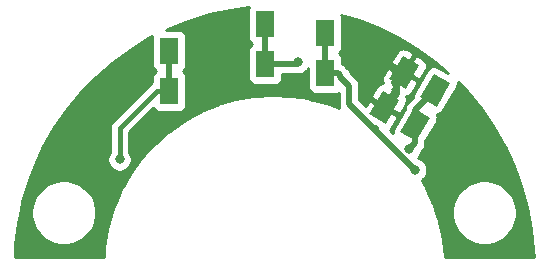
<source format=gbr>
G04 #@! TF.GenerationSoftware,KiCad,Pcbnew,5.1.5*
G04 #@! TF.CreationDate,2020-06-30T15:32:26-05:00*
G04 #@! TF.ProjectId,Encoder,456e636f-6465-4722-9e6b-696361645f70,rev?*
G04 #@! TF.SameCoordinates,Original*
G04 #@! TF.FileFunction,Copper,L2,Bot*
G04 #@! TF.FilePolarity,Positive*
%FSLAX46Y46*%
G04 Gerber Fmt 4.6, Leading zero omitted, Abs format (unit mm)*
G04 Created by KiCad (PCBNEW 5.1.5) date 2020-06-30 15:32:26*
%MOMM*%
%LPD*%
G04 APERTURE LIST*
%ADD10R,1.600000X2.300000*%
%ADD11C,0.100000*%
%ADD12C,0.800000*%
%ADD13C,0.500000*%
%ADD14C,0.400000*%
%ADD15C,0.250000*%
%ADD16C,0.254000*%
G04 APERTURE END LIST*
D10*
X144296000Y-67744000D03*
X144296000Y-64344000D03*
X152424000Y-65458000D03*
X152424000Y-62058000D03*
X157504000Y-66220000D03*
X157504000Y-62820000D03*
G04 #@! TA.AperFunction,SMDPad,CuDef*
D11*
G36*
X165469744Y-65571584D02*
G01*
X164319744Y-67563442D01*
X162934104Y-66763442D01*
X164084104Y-64771584D01*
X165469744Y-65571584D01*
G37*
G04 #@! TD.AperFunction*
G04 #@! TA.AperFunction,SMDPad,CuDef*
G36*
X163769744Y-68516071D02*
G01*
X162619744Y-70507929D01*
X161234104Y-69707929D01*
X162384104Y-67716071D01*
X163769744Y-68516071D01*
G37*
G04 #@! TD.AperFunction*
G04 #@! TA.AperFunction,SMDPad,CuDef*
G36*
X168067820Y-67071584D02*
G01*
X166917820Y-69063442D01*
X165532180Y-68263442D01*
X166682180Y-66271584D01*
X168067820Y-67071584D01*
G37*
G04 #@! TD.AperFunction*
G04 #@! TA.AperFunction,SMDPad,CuDef*
G36*
X166367820Y-70016071D02*
G01*
X165217820Y-72007929D01*
X163832180Y-71207929D01*
X164982180Y-69216071D01*
X166367820Y-70016071D01*
G37*
G04 #@! TD.AperFunction*
D12*
X164592000Y-72644000D03*
X162327335Y-65002665D03*
X148349000Y-63741000D03*
X140948665Y-68304665D03*
X169164000Y-71628000D03*
X150114000Y-67818000D03*
X140081000Y-73533000D03*
X155194000Y-65278000D03*
X165100000Y-74422000D03*
D13*
X165100000Y-70612000D02*
X165100000Y-72136000D01*
X165100000Y-72136000D02*
X164592000Y-72644000D01*
X163360066Y-67009371D02*
X164201924Y-66167513D01*
X162501924Y-69112000D02*
X163576000Y-68037924D01*
X163576000Y-68037924D02*
X163576000Y-67310000D01*
X163576000Y-67310000D02*
X163360066Y-67094066D01*
X163360066Y-67094066D02*
X163360066Y-67009371D01*
X164201924Y-66167513D02*
X163492183Y-66167513D01*
X163492183Y-66167513D02*
X162327335Y-65002665D01*
X165100000Y-69367513D02*
X165100000Y-70612000D01*
X166800000Y-67667513D02*
X165100000Y-69367513D01*
X144296000Y-65744000D02*
X144296000Y-67744000D01*
X144296000Y-64344000D02*
X144296000Y-65744000D01*
D14*
X143246000Y-67744000D02*
X144296000Y-67744000D01*
X140081000Y-70909000D02*
X143246000Y-67744000D01*
X140081000Y-73533000D02*
X140081000Y-70909000D01*
D13*
X152424000Y-63458000D02*
X152424000Y-65458000D01*
X152424000Y-62058000D02*
X152424000Y-63458000D01*
D15*
X155194000Y-65278000D02*
X155194000Y-65278000D01*
X155014000Y-65458000D02*
X155194000Y-65278000D01*
D13*
X152424000Y-65458000D02*
X155014000Y-65458000D01*
X159512000Y-68834000D02*
X159512000Y-67310000D01*
X164084000Y-73406000D02*
X161544000Y-70866000D01*
X164084000Y-73406000D02*
X165100000Y-74422000D01*
X161798000Y-70866000D02*
X161544000Y-70866000D01*
X159512000Y-67310000D02*
X158750000Y-66548000D01*
X161544000Y-70866000D02*
X159512000Y-68834000D01*
X158750000Y-66548000D02*
X158750000Y-66416000D01*
X158750000Y-66416000D02*
X158554000Y-66220000D01*
X158554000Y-66220000D02*
X157504000Y-66220000D01*
X157504000Y-64220000D02*
X157504000Y-66220000D01*
X157504000Y-62820000D02*
X157504000Y-64220000D01*
D16*
G36*
X169471645Y-67784802D02*
G01*
X170649957Y-69201332D01*
X171705616Y-70711508D01*
X172638434Y-72317168D01*
X172680140Y-72396944D01*
X173466258Y-74079306D01*
X174103860Y-75808038D01*
X174594570Y-77584064D01*
X174934940Y-79394901D01*
X175123033Y-81232199D01*
X175140561Y-81815000D01*
X167611401Y-81815000D01*
X167467493Y-80374421D01*
X167461589Y-80336303D01*
X167455850Y-80298374D01*
X167455325Y-80295862D01*
X167148859Y-78842162D01*
X167138898Y-78805001D01*
X167129071Y-78767817D01*
X167128278Y-78765377D01*
X166806107Y-77779963D01*
X168220266Y-77779963D01*
X168220266Y-78320037D01*
X168325629Y-78849734D01*
X168532307Y-79348698D01*
X168832356Y-79797753D01*
X169214247Y-80179644D01*
X169663302Y-80479693D01*
X170162266Y-80686371D01*
X170691963Y-80791734D01*
X171232037Y-80791734D01*
X171761734Y-80686371D01*
X172260698Y-80479693D01*
X172709753Y-80179644D01*
X173091644Y-79797753D01*
X173391693Y-79348698D01*
X173598371Y-78849734D01*
X173703734Y-78320037D01*
X173703734Y-77779963D01*
X173598371Y-77250266D01*
X173391693Y-76751302D01*
X173091644Y-76302247D01*
X172709753Y-75920356D01*
X172260698Y-75620307D01*
X171761734Y-75413629D01*
X171232037Y-75308266D01*
X170691963Y-75308266D01*
X170162266Y-75413629D01*
X169663302Y-75620307D01*
X169214247Y-75920356D01*
X168832356Y-76302247D01*
X168532307Y-76751302D01*
X168325629Y-77250266D01*
X168220266Y-77779963D01*
X166806107Y-77779963D01*
X166666606Y-77353278D01*
X166652631Y-77317258D01*
X166638904Y-77281505D01*
X166637852Y-77279164D01*
X166026374Y-75925185D01*
X166016047Y-75905267D01*
X166006684Y-75884909D01*
X166005483Y-75882641D01*
X165871475Y-75630609D01*
X165859899Y-75611420D01*
X165849232Y-75591686D01*
X165847887Y-75589501D01*
X165663223Y-75290450D01*
X165759774Y-75225937D01*
X165903937Y-75081774D01*
X166017205Y-74912256D01*
X166095226Y-74723898D01*
X166135000Y-74523939D01*
X166135000Y-74320061D01*
X166095226Y-74120102D01*
X166017205Y-73931744D01*
X165903937Y-73762226D01*
X165759774Y-73618063D01*
X165590256Y-73504795D01*
X165401898Y-73426774D01*
X165345044Y-73415465D01*
X165314645Y-73385066D01*
X165395937Y-73303774D01*
X165509205Y-73134256D01*
X165587226Y-72945898D01*
X165598535Y-72889043D01*
X165695044Y-72792534D01*
X165728817Y-72764817D01*
X165839411Y-72630059D01*
X165921589Y-72476313D01*
X165972195Y-72309490D01*
X165985000Y-72179477D01*
X165985000Y-72179467D01*
X165989281Y-72136001D01*
X165985000Y-72092535D01*
X165985000Y-71955279D01*
X166920407Y-70335107D01*
X166972030Y-70221173D01*
X167000433Y-70099356D01*
X167004526Y-69974339D01*
X166984150Y-69850926D01*
X166940089Y-69733859D01*
X166918286Y-69698797D01*
X166959552Y-69700148D01*
X167082965Y-69679772D01*
X167200032Y-69635711D01*
X167306254Y-69569659D01*
X167397548Y-69484152D01*
X167470407Y-69382478D01*
X168620407Y-67390620D01*
X168672030Y-67276686D01*
X168700433Y-67154869D01*
X168704526Y-67029852D01*
X168699728Y-67000794D01*
X169471645Y-67784802D01*
G37*
X169471645Y-67784802D02*
X170649957Y-69201332D01*
X171705616Y-70711508D01*
X172638434Y-72317168D01*
X172680140Y-72396944D01*
X173466258Y-74079306D01*
X174103860Y-75808038D01*
X174594570Y-77584064D01*
X174934940Y-79394901D01*
X175123033Y-81232199D01*
X175140561Y-81815000D01*
X167611401Y-81815000D01*
X167467493Y-80374421D01*
X167461589Y-80336303D01*
X167455850Y-80298374D01*
X167455325Y-80295862D01*
X167148859Y-78842162D01*
X167138898Y-78805001D01*
X167129071Y-78767817D01*
X167128278Y-78765377D01*
X166806107Y-77779963D01*
X168220266Y-77779963D01*
X168220266Y-78320037D01*
X168325629Y-78849734D01*
X168532307Y-79348698D01*
X168832356Y-79797753D01*
X169214247Y-80179644D01*
X169663302Y-80479693D01*
X170162266Y-80686371D01*
X170691963Y-80791734D01*
X171232037Y-80791734D01*
X171761734Y-80686371D01*
X172260698Y-80479693D01*
X172709753Y-80179644D01*
X173091644Y-79797753D01*
X173391693Y-79348698D01*
X173598371Y-78849734D01*
X173703734Y-78320037D01*
X173703734Y-77779963D01*
X173598371Y-77250266D01*
X173391693Y-76751302D01*
X173091644Y-76302247D01*
X172709753Y-75920356D01*
X172260698Y-75620307D01*
X171761734Y-75413629D01*
X171232037Y-75308266D01*
X170691963Y-75308266D01*
X170162266Y-75413629D01*
X169663302Y-75620307D01*
X169214247Y-75920356D01*
X168832356Y-76302247D01*
X168532307Y-76751302D01*
X168325629Y-77250266D01*
X168220266Y-77779963D01*
X166806107Y-77779963D01*
X166666606Y-77353278D01*
X166652631Y-77317258D01*
X166638904Y-77281505D01*
X166637852Y-77279164D01*
X166026374Y-75925185D01*
X166016047Y-75905267D01*
X166006684Y-75884909D01*
X166005483Y-75882641D01*
X165871475Y-75630609D01*
X165859899Y-75611420D01*
X165849232Y-75591686D01*
X165847887Y-75589501D01*
X165663223Y-75290450D01*
X165759774Y-75225937D01*
X165903937Y-75081774D01*
X166017205Y-74912256D01*
X166095226Y-74723898D01*
X166135000Y-74523939D01*
X166135000Y-74320061D01*
X166095226Y-74120102D01*
X166017205Y-73931744D01*
X165903937Y-73762226D01*
X165759774Y-73618063D01*
X165590256Y-73504795D01*
X165401898Y-73426774D01*
X165345044Y-73415465D01*
X165314645Y-73385066D01*
X165395937Y-73303774D01*
X165509205Y-73134256D01*
X165587226Y-72945898D01*
X165598535Y-72889043D01*
X165695044Y-72792534D01*
X165728817Y-72764817D01*
X165839411Y-72630059D01*
X165921589Y-72476313D01*
X165972195Y-72309490D01*
X165985000Y-72179477D01*
X165985000Y-72179467D01*
X165989281Y-72136001D01*
X165985000Y-72092535D01*
X165985000Y-71955279D01*
X166920407Y-70335107D01*
X166972030Y-70221173D01*
X167000433Y-70099356D01*
X167004526Y-69974339D01*
X166984150Y-69850926D01*
X166940089Y-69733859D01*
X166918286Y-69698797D01*
X166959552Y-69700148D01*
X167082965Y-69679772D01*
X167200032Y-69635711D01*
X167306254Y-69569659D01*
X167397548Y-69484152D01*
X167470407Y-69382478D01*
X168620407Y-67390620D01*
X168672030Y-67276686D01*
X168700433Y-67154869D01*
X168704526Y-67029852D01*
X168699728Y-67000794D01*
X169471645Y-67784802D01*
G36*
X151034498Y-60663820D02*
G01*
X150998188Y-60783518D01*
X150985928Y-60908000D01*
X150985928Y-63208000D01*
X150998188Y-63332482D01*
X151034498Y-63452180D01*
X151093463Y-63562494D01*
X151172815Y-63659185D01*
X151269506Y-63738537D01*
X151305918Y-63758000D01*
X151269506Y-63777463D01*
X151172815Y-63856815D01*
X151093463Y-63953506D01*
X151034498Y-64063820D01*
X150998188Y-64183518D01*
X150985928Y-64308000D01*
X150985928Y-66608000D01*
X150998188Y-66732482D01*
X151034498Y-66852180D01*
X151093463Y-66962494D01*
X151172815Y-67059185D01*
X151269506Y-67138537D01*
X151379820Y-67197502D01*
X151499518Y-67233812D01*
X151624000Y-67246072D01*
X153224000Y-67246072D01*
X153348482Y-67233812D01*
X153468180Y-67197502D01*
X153578494Y-67138537D01*
X153675185Y-67059185D01*
X153754537Y-66962494D01*
X153813502Y-66852180D01*
X153849812Y-66732482D01*
X153862072Y-66608000D01*
X153862072Y-66343000D01*
X155057477Y-66343000D01*
X155187490Y-66330195D01*
X155244173Y-66313000D01*
X155295939Y-66313000D01*
X155495898Y-66273226D01*
X155684256Y-66195205D01*
X155853774Y-66081937D01*
X155997937Y-65937774D01*
X156065928Y-65836018D01*
X156065928Y-67370000D01*
X156078188Y-67494482D01*
X156114498Y-67614180D01*
X156173463Y-67724494D01*
X156252815Y-67821185D01*
X156349506Y-67900537D01*
X156459820Y-67959502D01*
X156579518Y-67995812D01*
X156704000Y-68008072D01*
X158304000Y-68008072D01*
X158428482Y-67995812D01*
X158548180Y-67959502D01*
X158627001Y-67917371D01*
X158627000Y-68790530D01*
X158622719Y-68834000D01*
X158627000Y-68877469D01*
X158627000Y-68877476D01*
X158635336Y-68962117D01*
X158639805Y-69007490D01*
X158650164Y-69041638D01*
X158690411Y-69174312D01*
X158703574Y-69198938D01*
X157672374Y-68800935D01*
X157635905Y-68789082D01*
X157599250Y-68777027D01*
X157596772Y-68776363D01*
X156161102Y-68394236D01*
X156123489Y-68386375D01*
X156085823Y-68378365D01*
X156083288Y-68377973D01*
X154614748Y-68153132D01*
X154576508Y-68149379D01*
X154538195Y-68145484D01*
X154535632Y-68145368D01*
X153051398Y-68080444D01*
X153012893Y-68080844D01*
X152974467Y-68081109D01*
X152971907Y-68081270D01*
X152971905Y-68081270D01*
X151489342Y-68177022D01*
X151451065Y-68181583D01*
X151412934Y-68185991D01*
X151410405Y-68186428D01*
X149946853Y-68441736D01*
X149909399Y-68450380D01*
X149871860Y-68458905D01*
X149869393Y-68459613D01*
X148441975Y-68871490D01*
X148405619Y-68884147D01*
X148369274Y-68896658D01*
X148366899Y-68897627D01*
X146992313Y-69461255D01*
X146957565Y-69477751D01*
X146922756Y-69494127D01*
X146920506Y-69495344D01*
X146920498Y-69495348D01*
X146920490Y-69495353D01*
X145614823Y-70204134D01*
X145582077Y-70224276D01*
X145549223Y-70244326D01*
X145547111Y-70245783D01*
X144325621Y-71091436D01*
X144295110Y-71115099D01*
X144264746Y-71138478D01*
X144262813Y-71140147D01*
X144262803Y-71140155D01*
X144262794Y-71140163D01*
X143139788Y-72112780D01*
X143112092Y-72139522D01*
X143084348Y-72166122D01*
X143082598Y-72167999D01*
X142071196Y-73256220D01*
X142046527Y-73285823D01*
X142021842Y-73315237D01*
X142020314Y-73317280D01*
X142020304Y-73317292D01*
X142020296Y-73317304D01*
X141132344Y-74508379D01*
X141111050Y-74540424D01*
X141089652Y-74572381D01*
X141088346Y-74574590D01*
X140334216Y-75854611D01*
X140321818Y-75878524D01*
X140308578Y-75902018D01*
X140307446Y-75904321D01*
X140032732Y-76465024D01*
X140022201Y-76489830D01*
X140010809Y-76514259D01*
X140009857Y-76516642D01*
X139460541Y-77897011D01*
X139448259Y-77933506D01*
X139435874Y-77969884D01*
X139435184Y-77972355D01*
X139038162Y-79403976D01*
X139029920Y-79441462D01*
X139021510Y-79479085D01*
X139021091Y-79481617D01*
X138781003Y-80947742D01*
X138776853Y-80985940D01*
X138772560Y-81024211D01*
X138772419Y-81026754D01*
X138772417Y-81026773D01*
X138772417Y-81026791D01*
X138729729Y-81815000D01*
X131192451Y-81815000D01*
X131238803Y-80709059D01*
X131469737Y-78881027D01*
X131703776Y-77779963D01*
X132620266Y-77779963D01*
X132620266Y-78320037D01*
X132725629Y-78849734D01*
X132932307Y-79348698D01*
X133232356Y-79797753D01*
X133614247Y-80179644D01*
X134063302Y-80479693D01*
X134562266Y-80686371D01*
X135091963Y-80791734D01*
X135632037Y-80791734D01*
X136161734Y-80686371D01*
X136660698Y-80479693D01*
X137109753Y-80179644D01*
X137491644Y-79797753D01*
X137791693Y-79348698D01*
X137998371Y-78849734D01*
X138103734Y-78320037D01*
X138103734Y-77779963D01*
X137998371Y-77250266D01*
X137791693Y-76751302D01*
X137491644Y-76302247D01*
X137109753Y-75920356D01*
X136660698Y-75620307D01*
X136161734Y-75413629D01*
X135632037Y-75308266D01*
X135091963Y-75308266D01*
X134562266Y-75413629D01*
X134063302Y-75620307D01*
X133614247Y-75920356D01*
X133232356Y-76302247D01*
X132932307Y-76751302D01*
X132725629Y-77250266D01*
X132620266Y-77779963D01*
X131703776Y-77779963D01*
X131852828Y-77078731D01*
X132385386Y-75314815D01*
X133065278Y-73597604D01*
X133635586Y-72413790D01*
X134554729Y-70811814D01*
X135602206Y-69295973D01*
X136772861Y-67873090D01*
X138058476Y-66553152D01*
X139450022Y-65345430D01*
X140937759Y-64258376D01*
X142511242Y-63299625D01*
X142864935Y-63122859D01*
X142857928Y-63194000D01*
X142857928Y-65494000D01*
X142870188Y-65618482D01*
X142906498Y-65738180D01*
X142965463Y-65848494D01*
X143044815Y-65945185D01*
X143141506Y-66024537D01*
X143177918Y-66044000D01*
X143141506Y-66063463D01*
X143044815Y-66142815D01*
X142965463Y-66239506D01*
X142906498Y-66349820D01*
X142870188Y-66469518D01*
X142857928Y-66594000D01*
X142857928Y-67004632D01*
X142779854Y-67046364D01*
X142688531Y-67121311D01*
X142652709Y-67150709D01*
X142626563Y-67182568D01*
X139519574Y-70289559D01*
X139487710Y-70315709D01*
X139409678Y-70410791D01*
X139383364Y-70442855D01*
X139305828Y-70587914D01*
X139258082Y-70745312D01*
X139241960Y-70909000D01*
X139246001Y-70950028D01*
X139246000Y-72919715D01*
X139163795Y-73042744D01*
X139085774Y-73231102D01*
X139046000Y-73431061D01*
X139046000Y-73634939D01*
X139085774Y-73834898D01*
X139163795Y-74023256D01*
X139277063Y-74192774D01*
X139421226Y-74336937D01*
X139590744Y-74450205D01*
X139779102Y-74528226D01*
X139979061Y-74568000D01*
X140182939Y-74568000D01*
X140382898Y-74528226D01*
X140571256Y-74450205D01*
X140740774Y-74336937D01*
X140884937Y-74192774D01*
X140998205Y-74023256D01*
X141076226Y-73834898D01*
X141116000Y-73634939D01*
X141116000Y-73431061D01*
X141076226Y-73231102D01*
X140998205Y-73042744D01*
X140916000Y-72919715D01*
X140916000Y-71254867D01*
X142950454Y-69220414D01*
X142965463Y-69248494D01*
X143044815Y-69345185D01*
X143141506Y-69424537D01*
X143251820Y-69483502D01*
X143371518Y-69519812D01*
X143496000Y-69532072D01*
X145096000Y-69532072D01*
X145220482Y-69519812D01*
X145340180Y-69483502D01*
X145450494Y-69424537D01*
X145547185Y-69345185D01*
X145626537Y-69248494D01*
X145685502Y-69138180D01*
X145721812Y-69018482D01*
X145734072Y-68894000D01*
X145734072Y-66594000D01*
X145721812Y-66469518D01*
X145685502Y-66349820D01*
X145626537Y-66239506D01*
X145547185Y-66142815D01*
X145450494Y-66063463D01*
X145414082Y-66044000D01*
X145450494Y-66024537D01*
X145547185Y-65945185D01*
X145626537Y-65848494D01*
X145685502Y-65738180D01*
X145721812Y-65618482D01*
X145734072Y-65494000D01*
X145734072Y-63194000D01*
X145721812Y-63069518D01*
X145685502Y-62949820D01*
X145626537Y-62839506D01*
X145547185Y-62742815D01*
X145450494Y-62663463D01*
X145340180Y-62604498D01*
X145220482Y-62568188D01*
X145096000Y-62555928D01*
X143999308Y-62555928D01*
X144159410Y-62475913D01*
X145870739Y-61792999D01*
X147633227Y-61255675D01*
X149434464Y-60867725D01*
X151036000Y-60661009D01*
X151034498Y-60663820D01*
G37*
X151034498Y-60663820D02*
X150998188Y-60783518D01*
X150985928Y-60908000D01*
X150985928Y-63208000D01*
X150998188Y-63332482D01*
X151034498Y-63452180D01*
X151093463Y-63562494D01*
X151172815Y-63659185D01*
X151269506Y-63738537D01*
X151305918Y-63758000D01*
X151269506Y-63777463D01*
X151172815Y-63856815D01*
X151093463Y-63953506D01*
X151034498Y-64063820D01*
X150998188Y-64183518D01*
X150985928Y-64308000D01*
X150985928Y-66608000D01*
X150998188Y-66732482D01*
X151034498Y-66852180D01*
X151093463Y-66962494D01*
X151172815Y-67059185D01*
X151269506Y-67138537D01*
X151379820Y-67197502D01*
X151499518Y-67233812D01*
X151624000Y-67246072D01*
X153224000Y-67246072D01*
X153348482Y-67233812D01*
X153468180Y-67197502D01*
X153578494Y-67138537D01*
X153675185Y-67059185D01*
X153754537Y-66962494D01*
X153813502Y-66852180D01*
X153849812Y-66732482D01*
X153862072Y-66608000D01*
X153862072Y-66343000D01*
X155057477Y-66343000D01*
X155187490Y-66330195D01*
X155244173Y-66313000D01*
X155295939Y-66313000D01*
X155495898Y-66273226D01*
X155684256Y-66195205D01*
X155853774Y-66081937D01*
X155997937Y-65937774D01*
X156065928Y-65836018D01*
X156065928Y-67370000D01*
X156078188Y-67494482D01*
X156114498Y-67614180D01*
X156173463Y-67724494D01*
X156252815Y-67821185D01*
X156349506Y-67900537D01*
X156459820Y-67959502D01*
X156579518Y-67995812D01*
X156704000Y-68008072D01*
X158304000Y-68008072D01*
X158428482Y-67995812D01*
X158548180Y-67959502D01*
X158627001Y-67917371D01*
X158627000Y-68790530D01*
X158622719Y-68834000D01*
X158627000Y-68877469D01*
X158627000Y-68877476D01*
X158635336Y-68962117D01*
X158639805Y-69007490D01*
X158650164Y-69041638D01*
X158690411Y-69174312D01*
X158703574Y-69198938D01*
X157672374Y-68800935D01*
X157635905Y-68789082D01*
X157599250Y-68777027D01*
X157596772Y-68776363D01*
X156161102Y-68394236D01*
X156123489Y-68386375D01*
X156085823Y-68378365D01*
X156083288Y-68377973D01*
X154614748Y-68153132D01*
X154576508Y-68149379D01*
X154538195Y-68145484D01*
X154535632Y-68145368D01*
X153051398Y-68080444D01*
X153012893Y-68080844D01*
X152974467Y-68081109D01*
X152971907Y-68081270D01*
X152971905Y-68081270D01*
X151489342Y-68177022D01*
X151451065Y-68181583D01*
X151412934Y-68185991D01*
X151410405Y-68186428D01*
X149946853Y-68441736D01*
X149909399Y-68450380D01*
X149871860Y-68458905D01*
X149869393Y-68459613D01*
X148441975Y-68871490D01*
X148405619Y-68884147D01*
X148369274Y-68896658D01*
X148366899Y-68897627D01*
X146992313Y-69461255D01*
X146957565Y-69477751D01*
X146922756Y-69494127D01*
X146920506Y-69495344D01*
X146920498Y-69495348D01*
X146920490Y-69495353D01*
X145614823Y-70204134D01*
X145582077Y-70224276D01*
X145549223Y-70244326D01*
X145547111Y-70245783D01*
X144325621Y-71091436D01*
X144295110Y-71115099D01*
X144264746Y-71138478D01*
X144262813Y-71140147D01*
X144262803Y-71140155D01*
X144262794Y-71140163D01*
X143139788Y-72112780D01*
X143112092Y-72139522D01*
X143084348Y-72166122D01*
X143082598Y-72167999D01*
X142071196Y-73256220D01*
X142046527Y-73285823D01*
X142021842Y-73315237D01*
X142020314Y-73317280D01*
X142020304Y-73317292D01*
X142020296Y-73317304D01*
X141132344Y-74508379D01*
X141111050Y-74540424D01*
X141089652Y-74572381D01*
X141088346Y-74574590D01*
X140334216Y-75854611D01*
X140321818Y-75878524D01*
X140308578Y-75902018D01*
X140307446Y-75904321D01*
X140032732Y-76465024D01*
X140022201Y-76489830D01*
X140010809Y-76514259D01*
X140009857Y-76516642D01*
X139460541Y-77897011D01*
X139448259Y-77933506D01*
X139435874Y-77969884D01*
X139435184Y-77972355D01*
X139038162Y-79403976D01*
X139029920Y-79441462D01*
X139021510Y-79479085D01*
X139021091Y-79481617D01*
X138781003Y-80947742D01*
X138776853Y-80985940D01*
X138772560Y-81024211D01*
X138772419Y-81026754D01*
X138772417Y-81026773D01*
X138772417Y-81026791D01*
X138729729Y-81815000D01*
X131192451Y-81815000D01*
X131238803Y-80709059D01*
X131469737Y-78881027D01*
X131703776Y-77779963D01*
X132620266Y-77779963D01*
X132620266Y-78320037D01*
X132725629Y-78849734D01*
X132932307Y-79348698D01*
X133232356Y-79797753D01*
X133614247Y-80179644D01*
X134063302Y-80479693D01*
X134562266Y-80686371D01*
X135091963Y-80791734D01*
X135632037Y-80791734D01*
X136161734Y-80686371D01*
X136660698Y-80479693D01*
X137109753Y-80179644D01*
X137491644Y-79797753D01*
X137791693Y-79348698D01*
X137998371Y-78849734D01*
X138103734Y-78320037D01*
X138103734Y-77779963D01*
X137998371Y-77250266D01*
X137791693Y-76751302D01*
X137491644Y-76302247D01*
X137109753Y-75920356D01*
X136660698Y-75620307D01*
X136161734Y-75413629D01*
X135632037Y-75308266D01*
X135091963Y-75308266D01*
X134562266Y-75413629D01*
X134063302Y-75620307D01*
X133614247Y-75920356D01*
X133232356Y-76302247D01*
X132932307Y-76751302D01*
X132725629Y-77250266D01*
X132620266Y-77779963D01*
X131703776Y-77779963D01*
X131852828Y-77078731D01*
X132385386Y-75314815D01*
X133065278Y-73597604D01*
X133635586Y-72413790D01*
X134554729Y-70811814D01*
X135602206Y-69295973D01*
X136772861Y-67873090D01*
X138058476Y-66553152D01*
X139450022Y-65345430D01*
X140937759Y-64258376D01*
X142511242Y-63299625D01*
X142864935Y-63122859D01*
X142857928Y-63194000D01*
X142857928Y-65494000D01*
X142870188Y-65618482D01*
X142906498Y-65738180D01*
X142965463Y-65848494D01*
X143044815Y-65945185D01*
X143141506Y-66024537D01*
X143177918Y-66044000D01*
X143141506Y-66063463D01*
X143044815Y-66142815D01*
X142965463Y-66239506D01*
X142906498Y-66349820D01*
X142870188Y-66469518D01*
X142857928Y-66594000D01*
X142857928Y-67004632D01*
X142779854Y-67046364D01*
X142688531Y-67121311D01*
X142652709Y-67150709D01*
X142626563Y-67182568D01*
X139519574Y-70289559D01*
X139487710Y-70315709D01*
X139409678Y-70410791D01*
X139383364Y-70442855D01*
X139305828Y-70587914D01*
X139258082Y-70745312D01*
X139241960Y-70909000D01*
X139246001Y-70950028D01*
X139246000Y-72919715D01*
X139163795Y-73042744D01*
X139085774Y-73231102D01*
X139046000Y-73431061D01*
X139046000Y-73634939D01*
X139085774Y-73834898D01*
X139163795Y-74023256D01*
X139277063Y-74192774D01*
X139421226Y-74336937D01*
X139590744Y-74450205D01*
X139779102Y-74528226D01*
X139979061Y-74568000D01*
X140182939Y-74568000D01*
X140382898Y-74528226D01*
X140571256Y-74450205D01*
X140740774Y-74336937D01*
X140884937Y-74192774D01*
X140998205Y-74023256D01*
X141076226Y-73834898D01*
X141116000Y-73634939D01*
X141116000Y-73431061D01*
X141076226Y-73231102D01*
X140998205Y-73042744D01*
X140916000Y-72919715D01*
X140916000Y-71254867D01*
X142950454Y-69220414D01*
X142965463Y-69248494D01*
X143044815Y-69345185D01*
X143141506Y-69424537D01*
X143251820Y-69483502D01*
X143371518Y-69519812D01*
X143496000Y-69532072D01*
X145096000Y-69532072D01*
X145220482Y-69519812D01*
X145340180Y-69483502D01*
X145450494Y-69424537D01*
X145547185Y-69345185D01*
X145626537Y-69248494D01*
X145685502Y-69138180D01*
X145721812Y-69018482D01*
X145734072Y-68894000D01*
X145734072Y-66594000D01*
X145721812Y-66469518D01*
X145685502Y-66349820D01*
X145626537Y-66239506D01*
X145547185Y-66142815D01*
X145450494Y-66063463D01*
X145414082Y-66044000D01*
X145450494Y-66024537D01*
X145547185Y-65945185D01*
X145626537Y-65848494D01*
X145685502Y-65738180D01*
X145721812Y-65618482D01*
X145734072Y-65494000D01*
X145734072Y-63194000D01*
X145721812Y-63069518D01*
X145685502Y-62949820D01*
X145626537Y-62839506D01*
X145547185Y-62742815D01*
X145450494Y-62663463D01*
X145340180Y-62604498D01*
X145220482Y-62568188D01*
X145096000Y-62555928D01*
X143999308Y-62555928D01*
X144159410Y-62475913D01*
X145870739Y-61792999D01*
X147633227Y-61255675D01*
X149434464Y-60867725D01*
X151036000Y-60661009D01*
X151034498Y-60663820D01*
G36*
X160341058Y-61753926D02*
G01*
X162056056Y-62427592D01*
X163708660Y-63242396D01*
X165287290Y-64192634D01*
X166780869Y-65271633D01*
X167919677Y-66249272D01*
X167001216Y-65718998D01*
X166887282Y-65667374D01*
X166765465Y-65638971D01*
X166640448Y-65634878D01*
X166517035Y-65655254D01*
X166399968Y-65699315D01*
X166293746Y-65765367D01*
X166202452Y-65850874D01*
X166129593Y-65952548D01*
X164979593Y-67944406D01*
X164927970Y-68058340D01*
X164899567Y-68180157D01*
X164895474Y-68305174D01*
X164897640Y-68318294D01*
X164504956Y-68710979D01*
X164471183Y-68738696D01*
X164360589Y-68873455D01*
X164278411Y-69027201D01*
X164247592Y-69128796D01*
X164227805Y-69194023D01*
X164227342Y-69198728D01*
X164221569Y-69257344D01*
X163279593Y-70888893D01*
X163227970Y-71002827D01*
X163199567Y-71124644D01*
X163195474Y-71249661D01*
X163198684Y-71269106D01*
X162968437Y-71038859D01*
X163008178Y-71014146D01*
X163099472Y-70928640D01*
X163172331Y-70826965D01*
X163601795Y-70076967D01*
X163543689Y-69860110D01*
X162548409Y-69285485D01*
X162538409Y-69302806D01*
X162318439Y-69175806D01*
X162328439Y-69158485D01*
X162167411Y-69065515D01*
X162675409Y-69065515D01*
X163670689Y-69640140D01*
X163887545Y-69582033D01*
X164322331Y-68835107D01*
X164373954Y-68721172D01*
X164402358Y-68599356D01*
X164406450Y-68474338D01*
X164386074Y-68350926D01*
X164342014Y-68233859D01*
X164320211Y-68198797D01*
X164361477Y-68200148D01*
X164484889Y-68179772D01*
X164601956Y-68135712D01*
X164708178Y-68069659D01*
X164799472Y-67984153D01*
X164872331Y-67882478D01*
X165301795Y-67132480D01*
X165243689Y-66915623D01*
X164248409Y-66340998D01*
X163498784Y-67639387D01*
X163525779Y-67740132D01*
X163425034Y-67767126D01*
X162675409Y-69065515D01*
X162167411Y-69065515D01*
X161333159Y-68583860D01*
X161116303Y-68641967D01*
X160915871Y-68986293D01*
X160397000Y-68467422D01*
X160397000Y-68147033D01*
X161402053Y-68147033D01*
X161460159Y-68363890D01*
X162455439Y-68938515D01*
X163205064Y-67640126D01*
X163178069Y-67539381D01*
X163278814Y-67512387D01*
X164028439Y-66213998D01*
X163867411Y-66121028D01*
X164375409Y-66121028D01*
X165370689Y-66695653D01*
X165587545Y-66637546D01*
X166022331Y-65890620D01*
X166073954Y-65776685D01*
X166102358Y-65654869D01*
X166106450Y-65529851D01*
X166086074Y-65406439D01*
X166042014Y-65289372D01*
X165975961Y-65183150D01*
X165890455Y-65091856D01*
X165788780Y-65018997D01*
X165341891Y-64764533D01*
X165125034Y-64822639D01*
X164375409Y-66121028D01*
X163867411Y-66121028D01*
X163033159Y-65639373D01*
X162816303Y-65697480D01*
X162381517Y-66444406D01*
X162329894Y-66558341D01*
X162301490Y-66680157D01*
X162297398Y-66805175D01*
X162317774Y-66928587D01*
X162361834Y-67045654D01*
X162383637Y-67080716D01*
X162342371Y-67079365D01*
X162218959Y-67099741D01*
X162101892Y-67143801D01*
X161995670Y-67209854D01*
X161904376Y-67295360D01*
X161831517Y-67397035D01*
X161402053Y-68147033D01*
X160397000Y-68147033D01*
X160397000Y-67353469D01*
X160401281Y-67310000D01*
X160397000Y-67266531D01*
X160397000Y-67266523D01*
X160384195Y-67136510D01*
X160333589Y-66969687D01*
X160251411Y-66815941D01*
X160244521Y-66807545D01*
X160168532Y-66714953D01*
X160168530Y-66714951D01*
X160140817Y-66681183D01*
X160107049Y-66653470D01*
X159590018Y-66136439D01*
X159580170Y-66103976D01*
X159571589Y-66075688D01*
X159489411Y-65921941D01*
X159378817Y-65787183D01*
X159345044Y-65759466D01*
X159210534Y-65624956D01*
X159182817Y-65591183D01*
X159048059Y-65480589D01*
X158942072Y-65423938D01*
X158942072Y-65202546D01*
X163102053Y-65202546D01*
X163160159Y-65419403D01*
X164155439Y-65994028D01*
X164905064Y-64695639D01*
X164846957Y-64478783D01*
X164403140Y-64218997D01*
X164289205Y-64167374D01*
X164167389Y-64138970D01*
X164042371Y-64134878D01*
X163918959Y-64155254D01*
X163801892Y-64199314D01*
X163695670Y-64265367D01*
X163604376Y-64350873D01*
X163531517Y-64452548D01*
X163102053Y-65202546D01*
X158942072Y-65202546D01*
X158942072Y-65070000D01*
X158929812Y-64945518D01*
X158893502Y-64825820D01*
X158834537Y-64715506D01*
X158755185Y-64618815D01*
X158658494Y-64539463D01*
X158622082Y-64520000D01*
X158658494Y-64500537D01*
X158755185Y-64421185D01*
X158834537Y-64324494D01*
X158893502Y-64214180D01*
X158929812Y-64094482D01*
X158942072Y-63970000D01*
X158942072Y-61670000D01*
X158929812Y-61545518D01*
X158893502Y-61425820D01*
X158834537Y-61315506D01*
X158821497Y-61299617D01*
X160341058Y-61753926D01*
G37*
X160341058Y-61753926D02*
X162056056Y-62427592D01*
X163708660Y-63242396D01*
X165287290Y-64192634D01*
X166780869Y-65271633D01*
X167919677Y-66249272D01*
X167001216Y-65718998D01*
X166887282Y-65667374D01*
X166765465Y-65638971D01*
X166640448Y-65634878D01*
X166517035Y-65655254D01*
X166399968Y-65699315D01*
X166293746Y-65765367D01*
X166202452Y-65850874D01*
X166129593Y-65952548D01*
X164979593Y-67944406D01*
X164927970Y-68058340D01*
X164899567Y-68180157D01*
X164895474Y-68305174D01*
X164897640Y-68318294D01*
X164504956Y-68710979D01*
X164471183Y-68738696D01*
X164360589Y-68873455D01*
X164278411Y-69027201D01*
X164247592Y-69128796D01*
X164227805Y-69194023D01*
X164227342Y-69198728D01*
X164221569Y-69257344D01*
X163279593Y-70888893D01*
X163227970Y-71002827D01*
X163199567Y-71124644D01*
X163195474Y-71249661D01*
X163198684Y-71269106D01*
X162968437Y-71038859D01*
X163008178Y-71014146D01*
X163099472Y-70928640D01*
X163172331Y-70826965D01*
X163601795Y-70076967D01*
X163543689Y-69860110D01*
X162548409Y-69285485D01*
X162538409Y-69302806D01*
X162318439Y-69175806D01*
X162328439Y-69158485D01*
X162167411Y-69065515D01*
X162675409Y-69065515D01*
X163670689Y-69640140D01*
X163887545Y-69582033D01*
X164322331Y-68835107D01*
X164373954Y-68721172D01*
X164402358Y-68599356D01*
X164406450Y-68474338D01*
X164386074Y-68350926D01*
X164342014Y-68233859D01*
X164320211Y-68198797D01*
X164361477Y-68200148D01*
X164484889Y-68179772D01*
X164601956Y-68135712D01*
X164708178Y-68069659D01*
X164799472Y-67984153D01*
X164872331Y-67882478D01*
X165301795Y-67132480D01*
X165243689Y-66915623D01*
X164248409Y-66340998D01*
X163498784Y-67639387D01*
X163525779Y-67740132D01*
X163425034Y-67767126D01*
X162675409Y-69065515D01*
X162167411Y-69065515D01*
X161333159Y-68583860D01*
X161116303Y-68641967D01*
X160915871Y-68986293D01*
X160397000Y-68467422D01*
X160397000Y-68147033D01*
X161402053Y-68147033D01*
X161460159Y-68363890D01*
X162455439Y-68938515D01*
X163205064Y-67640126D01*
X163178069Y-67539381D01*
X163278814Y-67512387D01*
X164028439Y-66213998D01*
X163867411Y-66121028D01*
X164375409Y-66121028D01*
X165370689Y-66695653D01*
X165587545Y-66637546D01*
X166022331Y-65890620D01*
X166073954Y-65776685D01*
X166102358Y-65654869D01*
X166106450Y-65529851D01*
X166086074Y-65406439D01*
X166042014Y-65289372D01*
X165975961Y-65183150D01*
X165890455Y-65091856D01*
X165788780Y-65018997D01*
X165341891Y-64764533D01*
X165125034Y-64822639D01*
X164375409Y-66121028D01*
X163867411Y-66121028D01*
X163033159Y-65639373D01*
X162816303Y-65697480D01*
X162381517Y-66444406D01*
X162329894Y-66558341D01*
X162301490Y-66680157D01*
X162297398Y-66805175D01*
X162317774Y-66928587D01*
X162361834Y-67045654D01*
X162383637Y-67080716D01*
X162342371Y-67079365D01*
X162218959Y-67099741D01*
X162101892Y-67143801D01*
X161995670Y-67209854D01*
X161904376Y-67295360D01*
X161831517Y-67397035D01*
X161402053Y-68147033D01*
X160397000Y-68147033D01*
X160397000Y-67353469D01*
X160401281Y-67310000D01*
X160397000Y-67266531D01*
X160397000Y-67266523D01*
X160384195Y-67136510D01*
X160333589Y-66969687D01*
X160251411Y-66815941D01*
X160244521Y-66807545D01*
X160168532Y-66714953D01*
X160168530Y-66714951D01*
X160140817Y-66681183D01*
X160107049Y-66653470D01*
X159590018Y-66136439D01*
X159580170Y-66103976D01*
X159571589Y-66075688D01*
X159489411Y-65921941D01*
X159378817Y-65787183D01*
X159345044Y-65759466D01*
X159210534Y-65624956D01*
X159182817Y-65591183D01*
X159048059Y-65480589D01*
X158942072Y-65423938D01*
X158942072Y-65202546D01*
X163102053Y-65202546D01*
X163160159Y-65419403D01*
X164155439Y-65994028D01*
X164905064Y-64695639D01*
X164846957Y-64478783D01*
X164403140Y-64218997D01*
X164289205Y-64167374D01*
X164167389Y-64138970D01*
X164042371Y-64134878D01*
X163918959Y-64155254D01*
X163801892Y-64199314D01*
X163695670Y-64265367D01*
X163604376Y-64350873D01*
X163531517Y-64452548D01*
X163102053Y-65202546D01*
X158942072Y-65202546D01*
X158942072Y-65070000D01*
X158929812Y-64945518D01*
X158893502Y-64825820D01*
X158834537Y-64715506D01*
X158755185Y-64618815D01*
X158658494Y-64539463D01*
X158622082Y-64520000D01*
X158658494Y-64500537D01*
X158755185Y-64421185D01*
X158834537Y-64324494D01*
X158893502Y-64214180D01*
X158929812Y-64094482D01*
X158942072Y-63970000D01*
X158942072Y-61670000D01*
X158929812Y-61545518D01*
X158893502Y-61425820D01*
X158834537Y-61315506D01*
X158821497Y-61299617D01*
X160341058Y-61753926D01*
M02*

</source>
